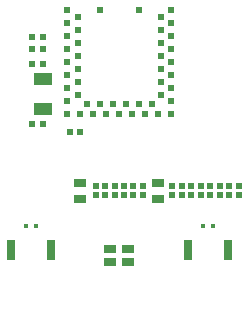
<source format=gtp>
G04*
G04 #@! TF.GenerationSoftware,Altium Limited,Altium Designer,21.6.4 (81)*
G04*
G04 Layer_Color=8421504*
%FSLAX44Y44*%
%MOMM*%
G71*
G04*
G04 #@! TF.SameCoordinates,73C44879-B0ED-4A5D-A374-7D9F3B14191D*
G04*
G04*
G04 #@! TF.FilePolarity,Positive*
G04*
G01*
G75*
%ADD14R,1.0000X0.8000*%
%ADD15R,0.6200X0.6200*%
%ADD16R,0.5500X0.5200*%
%ADD17R,1.0200X0.6400*%
%ADD18R,1.5500X1.0000*%
%ADD19R,0.4900X0.4900*%
%ADD20R,0.8000X1.7000*%
%ADD21C,0.0100*%
%ADD22R,0.3600X0.3500*%
D14*
X102500Y139500D02*
D03*
X117500D02*
D03*
Y150500D02*
D03*
X102500D02*
D03*
D15*
X68000Y249500D02*
D03*
X77000D02*
D03*
X36000Y319750D02*
D03*
X45000D02*
D03*
X36000Y329750D02*
D03*
X45000D02*
D03*
X36000Y256250D02*
D03*
X45000D02*
D03*
X36000Y307500D02*
D03*
X45000D02*
D03*
D16*
X98000Y196000D02*
D03*
Y204000D02*
D03*
X211000Y196000D02*
D03*
Y204000D02*
D03*
X203000Y196000D02*
D03*
Y204000D02*
D03*
X195000Y196000D02*
D03*
Y204000D02*
D03*
X122000D02*
D03*
Y196000D02*
D03*
X106000Y204000D02*
D03*
Y196000D02*
D03*
X90000Y204000D02*
D03*
Y196000D02*
D03*
X130000Y204000D02*
D03*
Y196000D02*
D03*
X114000Y204000D02*
D03*
Y196000D02*
D03*
X155000D02*
D03*
Y204000D02*
D03*
X163000Y196000D02*
D03*
Y204000D02*
D03*
X171000Y196000D02*
D03*
Y204000D02*
D03*
X179000Y196000D02*
D03*
Y204000D02*
D03*
X187000Y196000D02*
D03*
Y204000D02*
D03*
D17*
X77000Y193150D02*
D03*
Y206850D02*
D03*
X143000Y193150D02*
D03*
Y206850D02*
D03*
D18*
X45000Y269000D02*
D03*
Y295000D02*
D03*
D19*
X145000Y347250D02*
D03*
Y336250D02*
D03*
Y325250D02*
D03*
Y314250D02*
D03*
Y303250D02*
D03*
Y292250D02*
D03*
Y281250D02*
D03*
X154000Y352750D02*
D03*
Y341750D02*
D03*
Y330750D02*
D03*
Y319750D02*
D03*
Y308750D02*
D03*
Y297750D02*
D03*
Y286750D02*
D03*
Y275750D02*
D03*
X137500Y273750D02*
D03*
X126500D02*
D03*
X115500D02*
D03*
X104500D02*
D03*
X93500D02*
D03*
X82500D02*
D03*
X154000Y264750D02*
D03*
X143000D02*
D03*
X132000D02*
D03*
X121000D02*
D03*
X110000D02*
D03*
X99000D02*
D03*
X88000D02*
D03*
X77000D02*
D03*
X66000D02*
D03*
Y352750D02*
D03*
X75000Y347250D02*
D03*
X66000Y341750D02*
D03*
Y330750D02*
D03*
Y319750D02*
D03*
Y308750D02*
D03*
Y297750D02*
D03*
Y286750D02*
D03*
Y275750D02*
D03*
X75000Y336250D02*
D03*
Y325250D02*
D03*
Y314250D02*
D03*
Y303250D02*
D03*
Y292250D02*
D03*
Y281250D02*
D03*
X126500Y352750D02*
D03*
X93500D02*
D03*
D20*
X202000Y150000D02*
D03*
X168000D02*
D03*
X18000D02*
D03*
X52000D02*
D03*
D21*
X122700Y106450D02*
D03*
Y93750D02*
D03*
X110000Y106450D02*
D03*
Y93750D02*
D03*
X97300Y106450D02*
D03*
Y93750D02*
D03*
D22*
X180800Y170000D02*
D03*
X189200D02*
D03*
X39200Y170000D02*
D03*
X30800D02*
D03*
M02*

</source>
